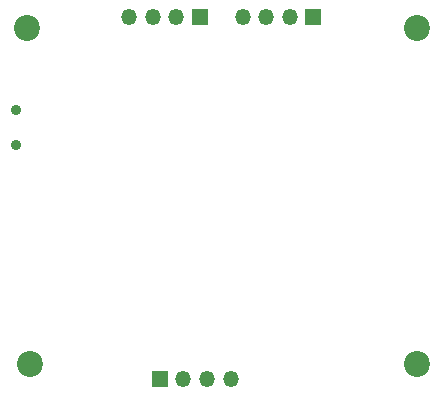
<source format=gbr>
%TF.GenerationSoftware,KiCad,Pcbnew,(6.0.7-1)-1*%
%TF.CreationDate,2022-10-07T20:30:12-05:00*%
%TF.ProjectId,KiCad,4b694361-642e-46b6-9963-61645f706362,rev?*%
%TF.SameCoordinates,Original*%
%TF.FileFunction,Soldermask,Bot*%
%TF.FilePolarity,Negative*%
%FSLAX46Y46*%
G04 Gerber Fmt 4.6, Leading zero omitted, Abs format (unit mm)*
G04 Created by KiCad (PCBNEW (6.0.7-1)-1) date 2022-10-07 20:30:12*
%MOMM*%
%LPD*%
G01*
G04 APERTURE LIST*
%ADD10R,1.350000X1.350000*%
%ADD11O,1.350000X1.350000*%
%ADD12C,2.200000*%
%ADD13C,0.900000*%
G04 APERTURE END LIST*
D10*
%TO.C,J3*%
X133469200Y-72796400D03*
D11*
X131469200Y-72796400D03*
X129469200Y-72796400D03*
X127469200Y-72796400D03*
%TD*%
D12*
%TO.C,H4*%
X142240000Y-102108000D03*
%TD*%
%TO.C,H3*%
X109220000Y-73660000D03*
%TD*%
D13*
%TO.C,SW1*%
X108272800Y-83628800D03*
X108272800Y-80628800D03*
%TD*%
D12*
%TO.C,H2*%
X142240000Y-73660000D03*
%TD*%
%TO.C,H1*%
X109500000Y-102108000D03*
%TD*%
D10*
%TO.C,J1*%
X123869200Y-72796400D03*
D11*
X121869200Y-72796400D03*
X119869200Y-72796400D03*
X117869200Y-72796400D03*
%TD*%
D10*
%TO.C,J2*%
X120460000Y-103378000D03*
D11*
X122460000Y-103378000D03*
X124460000Y-103378000D03*
X126460000Y-103378000D03*
%TD*%
M02*

</source>
